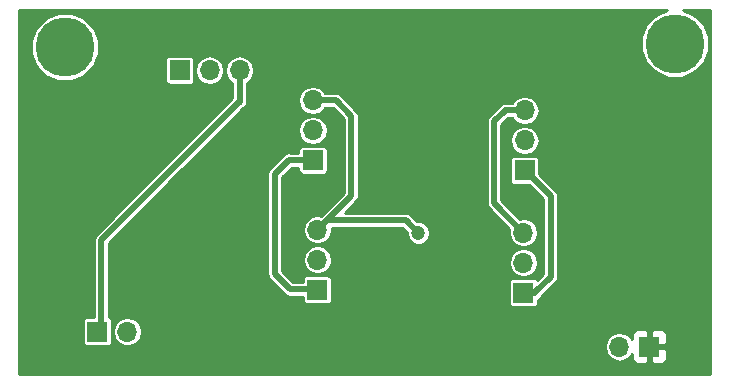
<source format=gbr>
G04 #@! TF.FileFunction,Copper,L2,Bot,Signal*
%FSLAX46Y46*%
G04 Gerber Fmt 4.6, Leading zero omitted, Abs format (unit mm)*
G04 Created by KiCad (PCBNEW 4.0.6) date 07/05/17 09:07:04*
%MOMM*%
%LPD*%
G01*
G04 APERTURE LIST*
%ADD10C,0.100000*%
%ADD11C,5.000000*%
%ADD12R,1.700000X1.700000*%
%ADD13O,1.700000X1.700000*%
%ADD14C,1.200000*%
%ADD15C,0.254000*%
%ADD16C,0.500000*%
G04 APERTURE END LIST*
D10*
D11*
X115850000Y-62750000D03*
D12*
X125580000Y-64730000D03*
D13*
X128120000Y-64730000D03*
X130660000Y-64730000D03*
D12*
X165354000Y-88138000D03*
D13*
X162814000Y-88138000D03*
D12*
X118618000Y-86868000D03*
D13*
X121158000Y-86868000D03*
D12*
X137240000Y-83320000D03*
D13*
X137240000Y-80780000D03*
X137240000Y-78240000D03*
D12*
X136860000Y-72350000D03*
D13*
X136860000Y-69810000D03*
X136860000Y-67270000D03*
D12*
X154790000Y-73200000D03*
D13*
X154790000Y-70660000D03*
X154790000Y-68120000D03*
D12*
X154686000Y-83566000D03*
D13*
X154686000Y-81026000D03*
X154686000Y-78486000D03*
D11*
X167530000Y-62470000D03*
D14*
X165380000Y-75160000D03*
X168570000Y-86370000D03*
X168550000Y-88130000D03*
X165260000Y-85910000D03*
X165850000Y-76590000D03*
X161060000Y-69030000D03*
X161000000Y-70880000D03*
X160940000Y-73050000D03*
X126880000Y-75190000D03*
X124720000Y-81720000D03*
X126460000Y-77810000D03*
X122540000Y-81720000D03*
X122570000Y-79710000D03*
X150680000Y-77190000D03*
X150710000Y-75130000D03*
X150720000Y-71770000D03*
X118060000Y-77580000D03*
X142620000Y-81870000D03*
X147580000Y-81950000D03*
X150230000Y-84160000D03*
X145790000Y-78510000D03*
D15*
X165354000Y-88138000D02*
X165362000Y-88130000D01*
X165362000Y-88130000D02*
X168550000Y-88130000D01*
D16*
X124720000Y-81720000D02*
X124720000Y-79550000D01*
X124720000Y-79550000D02*
X126460000Y-77810000D01*
X122570000Y-79710000D02*
X122540000Y-79740000D01*
X122540000Y-79740000D02*
X122540000Y-81720000D01*
X150710000Y-75130000D02*
X150680000Y-75160000D01*
X150680000Y-75160000D02*
X150680000Y-77190000D01*
X130530000Y-67510000D02*
X130660000Y-67380000D01*
X130660000Y-67380000D02*
X130660000Y-64730000D01*
X118618000Y-86868000D02*
X118950000Y-86536000D01*
X118950000Y-86536000D02*
X118950000Y-79090000D01*
X118950000Y-79090000D02*
X130530000Y-67510000D01*
D15*
X118618000Y-86868000D02*
X118590000Y-86840000D01*
X134840000Y-72310000D02*
X134880000Y-72350000D01*
D16*
X134920000Y-83290000D02*
X133810000Y-82180000D01*
X137210000Y-83290000D02*
X134920000Y-83290000D01*
X133610000Y-73540000D02*
X134840000Y-72310000D01*
X133610000Y-73990000D02*
X133610000Y-73540000D01*
X133610000Y-81980000D02*
X133610000Y-73990000D01*
X133810000Y-82180000D02*
X133610000Y-81980000D01*
X134880000Y-72350000D02*
X136860000Y-72350000D01*
D15*
X137240000Y-83320000D02*
X137210000Y-83290000D01*
X136860000Y-67270000D02*
X136870000Y-67280000D01*
D16*
X136870000Y-67280000D02*
X138780000Y-67280000D01*
X137240000Y-78240000D02*
X140090000Y-75390000D01*
X140090000Y-75390000D02*
X140090000Y-68590000D01*
X140090000Y-68590000D02*
X138780000Y-67280000D01*
D15*
X137240000Y-78240000D02*
X138060000Y-77420000D01*
D16*
X138060000Y-77420000D02*
X144700000Y-77420000D01*
X144700000Y-77420000D02*
X145790000Y-78510000D01*
X156990000Y-82210000D02*
X156990000Y-81340000D01*
D15*
X154686000Y-83566000D02*
X154740000Y-83620000D01*
D16*
X154740000Y-83620000D02*
X155670000Y-83620000D01*
D15*
X155670000Y-83620000D02*
X155670000Y-83530000D01*
D16*
X155670000Y-83530000D02*
X156990000Y-82210000D01*
X154790000Y-73200000D02*
X156990000Y-75400000D01*
X156990000Y-75400000D02*
X156990000Y-81340000D01*
D15*
X153110000Y-68150000D02*
X153140000Y-68120000D01*
D16*
X153140000Y-68120000D02*
X154790000Y-68120000D01*
X154686000Y-78486000D02*
X152190000Y-75990000D01*
X152190000Y-75990000D02*
X152190000Y-69430000D01*
X152190000Y-69430000D02*
X152190000Y-69070000D01*
X152190000Y-69070000D02*
X153110000Y-68150000D01*
D15*
G36*
X165900177Y-60026183D02*
X165089031Y-60835914D01*
X164649501Y-61894420D01*
X164648501Y-63040552D01*
X165086183Y-64099823D01*
X165895914Y-64910969D01*
X166954420Y-65350499D01*
X168100552Y-65351499D01*
X169159823Y-64913817D01*
X169970969Y-64104086D01*
X170410499Y-63045580D01*
X170411499Y-61899448D01*
X169973817Y-60840177D01*
X169164086Y-60029031D01*
X168222379Y-59638000D01*
X170486000Y-59638000D01*
X170486000Y-90476000D01*
X111962000Y-90476000D01*
X111962000Y-86018000D01*
X117379536Y-86018000D01*
X117379536Y-87718000D01*
X117406103Y-87859190D01*
X117489546Y-87988865D01*
X117616866Y-88075859D01*
X117768000Y-88106464D01*
X119468000Y-88106464D01*
X119609190Y-88079897D01*
X119738865Y-87996454D01*
X119825859Y-87869134D01*
X119856464Y-87718000D01*
X119856464Y-86843883D01*
X119927000Y-86843883D01*
X119927000Y-86892117D01*
X120020704Y-87363200D01*
X120287552Y-87762565D01*
X120686917Y-88029413D01*
X121158000Y-88123117D01*
X121204422Y-88113883D01*
X161583000Y-88113883D01*
X161583000Y-88162117D01*
X161676704Y-88633200D01*
X161943552Y-89032565D01*
X162342917Y-89299413D01*
X162814000Y-89393117D01*
X163285083Y-89299413D01*
X163684448Y-89032565D01*
X163869000Y-88756364D01*
X163869000Y-89114309D01*
X163965673Y-89347698D01*
X164144301Y-89526327D01*
X164377690Y-89623000D01*
X165068250Y-89623000D01*
X165227000Y-89464250D01*
X165227000Y-88265000D01*
X165481000Y-88265000D01*
X165481000Y-89464250D01*
X165639750Y-89623000D01*
X166330310Y-89623000D01*
X166563699Y-89526327D01*
X166742327Y-89347698D01*
X166839000Y-89114309D01*
X166839000Y-88423750D01*
X166680250Y-88265000D01*
X165481000Y-88265000D01*
X165227000Y-88265000D01*
X165207000Y-88265000D01*
X165207000Y-88011000D01*
X165227000Y-88011000D01*
X165227000Y-86811750D01*
X165481000Y-86811750D01*
X165481000Y-88011000D01*
X166680250Y-88011000D01*
X166839000Y-87852250D01*
X166839000Y-87161691D01*
X166742327Y-86928302D01*
X166563699Y-86749673D01*
X166330310Y-86653000D01*
X165639750Y-86653000D01*
X165481000Y-86811750D01*
X165227000Y-86811750D01*
X165068250Y-86653000D01*
X164377690Y-86653000D01*
X164144301Y-86749673D01*
X163965673Y-86928302D01*
X163869000Y-87161691D01*
X163869000Y-87519636D01*
X163684448Y-87243435D01*
X163285083Y-86976587D01*
X162814000Y-86882883D01*
X162342917Y-86976587D01*
X161943552Y-87243435D01*
X161676704Y-87642800D01*
X161583000Y-88113883D01*
X121204422Y-88113883D01*
X121629083Y-88029413D01*
X122028448Y-87762565D01*
X122295296Y-87363200D01*
X122389000Y-86892117D01*
X122389000Y-86843883D01*
X122295296Y-86372800D01*
X122028448Y-85973435D01*
X121629083Y-85706587D01*
X121158000Y-85612883D01*
X120686917Y-85706587D01*
X120287552Y-85973435D01*
X120020704Y-86372800D01*
X119927000Y-86843883D01*
X119856464Y-86843883D01*
X119856464Y-86018000D01*
X119829897Y-85876810D01*
X119746454Y-85747135D01*
X119619134Y-85660141D01*
X119581000Y-85652419D01*
X119581000Y-79351368D01*
X125392368Y-73540000D01*
X132979000Y-73540000D01*
X132979000Y-81980000D01*
X133015460Y-82163296D01*
X133027032Y-82221473D01*
X133163816Y-82426184D01*
X133363816Y-82626185D01*
X133363819Y-82626187D01*
X134473816Y-83736184D01*
X134678527Y-83872968D01*
X134920000Y-83921000D01*
X136001536Y-83921000D01*
X136001536Y-84170000D01*
X136028103Y-84311190D01*
X136111546Y-84440865D01*
X136238866Y-84527859D01*
X136390000Y-84558464D01*
X138090000Y-84558464D01*
X138231190Y-84531897D01*
X138360865Y-84448454D01*
X138447859Y-84321134D01*
X138478464Y-84170000D01*
X138478464Y-82716000D01*
X153447536Y-82716000D01*
X153447536Y-84416000D01*
X153474103Y-84557190D01*
X153557546Y-84686865D01*
X153684866Y-84773859D01*
X153836000Y-84804464D01*
X155536000Y-84804464D01*
X155677190Y-84777897D01*
X155806865Y-84694454D01*
X155893859Y-84567134D01*
X155924464Y-84416000D01*
X155924464Y-84194288D01*
X156116184Y-84066184D01*
X156252968Y-83861473D01*
X156258449Y-83833919D01*
X157436184Y-82656184D01*
X157572968Y-82451473D01*
X157621000Y-82210000D01*
X157621000Y-75400000D01*
X157572968Y-75158527D01*
X157436184Y-74953816D01*
X156028464Y-73546096D01*
X156028464Y-72350000D01*
X156001897Y-72208810D01*
X155918454Y-72079135D01*
X155791134Y-71992141D01*
X155640000Y-71961536D01*
X153940000Y-71961536D01*
X153798810Y-71988103D01*
X153669135Y-72071546D01*
X153582141Y-72198866D01*
X153551536Y-72350000D01*
X153551536Y-74050000D01*
X153578103Y-74191190D01*
X153661546Y-74320865D01*
X153788866Y-74407859D01*
X153940000Y-74438464D01*
X155136096Y-74438464D01*
X156359000Y-75661368D01*
X156359000Y-81948632D01*
X155833264Y-82474368D01*
X155814454Y-82445135D01*
X155687134Y-82358141D01*
X155536000Y-82327536D01*
X153836000Y-82327536D01*
X153694810Y-82354103D01*
X153565135Y-82437546D01*
X153478141Y-82564866D01*
X153447536Y-82716000D01*
X138478464Y-82716000D01*
X138478464Y-82470000D01*
X138451897Y-82328810D01*
X138368454Y-82199135D01*
X138241134Y-82112141D01*
X138090000Y-82081536D01*
X136390000Y-82081536D01*
X136248810Y-82108103D01*
X136119135Y-82191546D01*
X136032141Y-82318866D01*
X136001536Y-82470000D01*
X136001536Y-82659000D01*
X135181368Y-82659000D01*
X134256187Y-81733819D01*
X134256185Y-81733816D01*
X134241000Y-81718631D01*
X134241000Y-80780000D01*
X135984883Y-80780000D01*
X136078587Y-81251083D01*
X136345435Y-81650448D01*
X136744800Y-81917296D01*
X137215883Y-82011000D01*
X137264117Y-82011000D01*
X137735200Y-81917296D01*
X138134565Y-81650448D01*
X138401413Y-81251083D01*
X138446184Y-81026000D01*
X153430883Y-81026000D01*
X153524587Y-81497083D01*
X153791435Y-81896448D01*
X154190800Y-82163296D01*
X154661883Y-82257000D01*
X154710117Y-82257000D01*
X155181200Y-82163296D01*
X155580565Y-81896448D01*
X155847413Y-81497083D01*
X155941117Y-81026000D01*
X155847413Y-80554917D01*
X155580565Y-80155552D01*
X155181200Y-79888704D01*
X154710117Y-79795000D01*
X154661883Y-79795000D01*
X154190800Y-79888704D01*
X153791435Y-80155552D01*
X153524587Y-80554917D01*
X153430883Y-81026000D01*
X138446184Y-81026000D01*
X138495117Y-80780000D01*
X138401413Y-80308917D01*
X138134565Y-79909552D01*
X137735200Y-79642704D01*
X137264117Y-79549000D01*
X137215883Y-79549000D01*
X136744800Y-79642704D01*
X136345435Y-79909552D01*
X136078587Y-80308917D01*
X135984883Y-80780000D01*
X134241000Y-80780000D01*
X134241000Y-73801368D01*
X135061369Y-72981000D01*
X135621536Y-72981000D01*
X135621536Y-73200000D01*
X135648103Y-73341190D01*
X135731546Y-73470865D01*
X135858866Y-73557859D01*
X136010000Y-73588464D01*
X137710000Y-73588464D01*
X137851190Y-73561897D01*
X137980865Y-73478454D01*
X138067859Y-73351134D01*
X138098464Y-73200000D01*
X138098464Y-71500000D01*
X138071897Y-71358810D01*
X137988454Y-71229135D01*
X137861134Y-71142141D01*
X137710000Y-71111536D01*
X136010000Y-71111536D01*
X135868810Y-71138103D01*
X135739135Y-71221546D01*
X135652141Y-71348866D01*
X135621536Y-71500000D01*
X135621536Y-71719000D01*
X135041094Y-71719000D01*
X134840000Y-71679000D01*
X134598527Y-71727032D01*
X134393816Y-71863815D01*
X133163816Y-73093816D01*
X133027032Y-73298527D01*
X132979000Y-73540000D01*
X125392368Y-73540000D01*
X129122368Y-69810000D01*
X135604883Y-69810000D01*
X135698587Y-70281083D01*
X135965435Y-70680448D01*
X136364800Y-70947296D01*
X136835883Y-71041000D01*
X136884117Y-71041000D01*
X137355200Y-70947296D01*
X137754565Y-70680448D01*
X138021413Y-70281083D01*
X138115117Y-69810000D01*
X138021413Y-69338917D01*
X137754565Y-68939552D01*
X137355200Y-68672704D01*
X136884117Y-68579000D01*
X136835883Y-68579000D01*
X136364800Y-68672704D01*
X135965435Y-68939552D01*
X135698587Y-69338917D01*
X135604883Y-69810000D01*
X129122368Y-69810000D01*
X130976184Y-67956184D01*
X131106185Y-67826184D01*
X131242968Y-67621473D01*
X131291000Y-67380000D01*
X131291000Y-67270000D01*
X135604883Y-67270000D01*
X135698587Y-67741083D01*
X135965435Y-68140448D01*
X136364800Y-68407296D01*
X136835883Y-68501000D01*
X136884117Y-68501000D01*
X137355200Y-68407296D01*
X137754565Y-68140448D01*
X137907878Y-67911000D01*
X138518632Y-67911000D01*
X139459000Y-68851369D01*
X139459000Y-75128631D01*
X137526450Y-77061181D01*
X137264117Y-77009000D01*
X137215883Y-77009000D01*
X136744800Y-77102704D01*
X136345435Y-77369552D01*
X136078587Y-77768917D01*
X135984883Y-78240000D01*
X136078587Y-78711083D01*
X136345435Y-79110448D01*
X136744800Y-79377296D01*
X137215883Y-79471000D01*
X137264117Y-79471000D01*
X137735200Y-79377296D01*
X138134565Y-79110448D01*
X138401413Y-78711083D01*
X138495117Y-78240000D01*
X138457523Y-78051000D01*
X144438632Y-78051000D01*
X144809077Y-78421446D01*
X144808830Y-78704277D01*
X144957864Y-79064966D01*
X145233583Y-79341166D01*
X145594011Y-79490829D01*
X145984277Y-79491170D01*
X146344966Y-79342136D01*
X146621166Y-79066417D01*
X146770829Y-78705989D01*
X146771170Y-78315723D01*
X146622136Y-77955034D01*
X146346417Y-77678834D01*
X145985989Y-77529171D01*
X145701291Y-77528922D01*
X145146184Y-76973816D01*
X144941473Y-76837032D01*
X144700000Y-76789000D01*
X139583369Y-76789000D01*
X140536185Y-75836184D01*
X140672968Y-75631473D01*
X140721000Y-75390000D01*
X140721000Y-69070000D01*
X151559000Y-69070000D01*
X151559000Y-75990000D01*
X151607032Y-76231473D01*
X151743816Y-76436184D01*
X153491067Y-78183435D01*
X153430883Y-78486000D01*
X153524587Y-78957083D01*
X153791435Y-79356448D01*
X154190800Y-79623296D01*
X154661883Y-79717000D01*
X154710117Y-79717000D01*
X155181200Y-79623296D01*
X155580565Y-79356448D01*
X155847413Y-78957083D01*
X155941117Y-78486000D01*
X155847413Y-78014917D01*
X155580565Y-77615552D01*
X155181200Y-77348704D01*
X154710117Y-77255000D01*
X154661883Y-77255000D01*
X154399549Y-77307181D01*
X152821000Y-75728632D01*
X152821000Y-70660000D01*
X153534883Y-70660000D01*
X153628587Y-71131083D01*
X153895435Y-71530448D01*
X154294800Y-71797296D01*
X154765883Y-71891000D01*
X154814117Y-71891000D01*
X155285200Y-71797296D01*
X155684565Y-71530448D01*
X155951413Y-71131083D01*
X156045117Y-70660000D01*
X155951413Y-70188917D01*
X155684565Y-69789552D01*
X155285200Y-69522704D01*
X154814117Y-69429000D01*
X154765883Y-69429000D01*
X154294800Y-69522704D01*
X153895435Y-69789552D01*
X153628587Y-70188917D01*
X153534883Y-70660000D01*
X152821000Y-70660000D01*
X152821000Y-69331368D01*
X153401369Y-68751000D01*
X153735440Y-68751000D01*
X153895435Y-68990448D01*
X154294800Y-69257296D01*
X154765883Y-69351000D01*
X154814117Y-69351000D01*
X155285200Y-69257296D01*
X155684565Y-68990448D01*
X155951413Y-68591083D01*
X156045117Y-68120000D01*
X155951413Y-67648917D01*
X155684565Y-67249552D01*
X155285200Y-66982704D01*
X154814117Y-66889000D01*
X154765883Y-66889000D01*
X154294800Y-66982704D01*
X153895435Y-67249552D01*
X153735440Y-67489000D01*
X153140000Y-67489000D01*
X152898527Y-67537032D01*
X152693816Y-67673816D01*
X152681800Y-67691799D01*
X152663815Y-67703816D01*
X151743816Y-68623816D01*
X151607032Y-68828527D01*
X151559000Y-69070000D01*
X140721000Y-69070000D01*
X140721000Y-68590000D01*
X140672968Y-68348527D01*
X140650168Y-68314404D01*
X140536185Y-68143816D01*
X139226184Y-66833816D01*
X139021473Y-66697032D01*
X138780000Y-66649000D01*
X137921241Y-66649000D01*
X137754565Y-66399552D01*
X137355200Y-66132704D01*
X136884117Y-66039000D01*
X136835883Y-66039000D01*
X136364800Y-66132704D01*
X135965435Y-66399552D01*
X135698587Y-66798917D01*
X135604883Y-67270000D01*
X131291000Y-67270000D01*
X131291000Y-65784560D01*
X131530448Y-65624565D01*
X131797296Y-65225200D01*
X131891000Y-64754117D01*
X131891000Y-64705883D01*
X131797296Y-64234800D01*
X131530448Y-63835435D01*
X131131083Y-63568587D01*
X130660000Y-63474883D01*
X130188917Y-63568587D01*
X129789552Y-63835435D01*
X129522704Y-64234800D01*
X129429000Y-64705883D01*
X129429000Y-64754117D01*
X129522704Y-65225200D01*
X129789552Y-65624565D01*
X130029000Y-65784560D01*
X130029000Y-67118632D01*
X118503816Y-78643816D01*
X118367032Y-78848527D01*
X118319000Y-79090000D01*
X118319000Y-85629536D01*
X117768000Y-85629536D01*
X117626810Y-85656103D01*
X117497135Y-85739546D01*
X117410141Y-85866866D01*
X117379536Y-86018000D01*
X111962000Y-86018000D01*
X111962000Y-63320552D01*
X112968501Y-63320552D01*
X113406183Y-64379823D01*
X114215914Y-65190969D01*
X115274420Y-65630499D01*
X116420552Y-65631499D01*
X117479823Y-65193817D01*
X118290969Y-64384086D01*
X118500283Y-63880000D01*
X124341536Y-63880000D01*
X124341536Y-65580000D01*
X124368103Y-65721190D01*
X124451546Y-65850865D01*
X124578866Y-65937859D01*
X124730000Y-65968464D01*
X126430000Y-65968464D01*
X126571190Y-65941897D01*
X126700865Y-65858454D01*
X126787859Y-65731134D01*
X126818464Y-65580000D01*
X126818464Y-64705883D01*
X126889000Y-64705883D01*
X126889000Y-64754117D01*
X126982704Y-65225200D01*
X127249552Y-65624565D01*
X127648917Y-65891413D01*
X128120000Y-65985117D01*
X128591083Y-65891413D01*
X128990448Y-65624565D01*
X129257296Y-65225200D01*
X129351000Y-64754117D01*
X129351000Y-64705883D01*
X129257296Y-64234800D01*
X128990448Y-63835435D01*
X128591083Y-63568587D01*
X128120000Y-63474883D01*
X127648917Y-63568587D01*
X127249552Y-63835435D01*
X126982704Y-64234800D01*
X126889000Y-64705883D01*
X126818464Y-64705883D01*
X126818464Y-63880000D01*
X126791897Y-63738810D01*
X126708454Y-63609135D01*
X126581134Y-63522141D01*
X126430000Y-63491536D01*
X124730000Y-63491536D01*
X124588810Y-63518103D01*
X124459135Y-63601546D01*
X124372141Y-63728866D01*
X124341536Y-63880000D01*
X118500283Y-63880000D01*
X118730499Y-63325580D01*
X118731499Y-62179448D01*
X118293817Y-61120177D01*
X117484086Y-60309031D01*
X116425580Y-59869501D01*
X115279448Y-59868501D01*
X114220177Y-60306183D01*
X113409031Y-61115914D01*
X112969501Y-62174420D01*
X112968501Y-63320552D01*
X111962000Y-63320552D01*
X111962000Y-59638000D01*
X166839651Y-59638000D01*
X165900177Y-60026183D01*
X165900177Y-60026183D01*
G37*
X165900177Y-60026183D02*
X165089031Y-60835914D01*
X164649501Y-61894420D01*
X164648501Y-63040552D01*
X165086183Y-64099823D01*
X165895914Y-64910969D01*
X166954420Y-65350499D01*
X168100552Y-65351499D01*
X169159823Y-64913817D01*
X169970969Y-64104086D01*
X170410499Y-63045580D01*
X170411499Y-61899448D01*
X169973817Y-60840177D01*
X169164086Y-60029031D01*
X168222379Y-59638000D01*
X170486000Y-59638000D01*
X170486000Y-90476000D01*
X111962000Y-90476000D01*
X111962000Y-86018000D01*
X117379536Y-86018000D01*
X117379536Y-87718000D01*
X117406103Y-87859190D01*
X117489546Y-87988865D01*
X117616866Y-88075859D01*
X117768000Y-88106464D01*
X119468000Y-88106464D01*
X119609190Y-88079897D01*
X119738865Y-87996454D01*
X119825859Y-87869134D01*
X119856464Y-87718000D01*
X119856464Y-86843883D01*
X119927000Y-86843883D01*
X119927000Y-86892117D01*
X120020704Y-87363200D01*
X120287552Y-87762565D01*
X120686917Y-88029413D01*
X121158000Y-88123117D01*
X121204422Y-88113883D01*
X161583000Y-88113883D01*
X161583000Y-88162117D01*
X161676704Y-88633200D01*
X161943552Y-89032565D01*
X162342917Y-89299413D01*
X162814000Y-89393117D01*
X163285083Y-89299413D01*
X163684448Y-89032565D01*
X163869000Y-88756364D01*
X163869000Y-89114309D01*
X163965673Y-89347698D01*
X164144301Y-89526327D01*
X164377690Y-89623000D01*
X165068250Y-89623000D01*
X165227000Y-89464250D01*
X165227000Y-88265000D01*
X165481000Y-88265000D01*
X165481000Y-89464250D01*
X165639750Y-89623000D01*
X166330310Y-89623000D01*
X166563699Y-89526327D01*
X166742327Y-89347698D01*
X166839000Y-89114309D01*
X166839000Y-88423750D01*
X166680250Y-88265000D01*
X165481000Y-88265000D01*
X165227000Y-88265000D01*
X165207000Y-88265000D01*
X165207000Y-88011000D01*
X165227000Y-88011000D01*
X165227000Y-86811750D01*
X165481000Y-86811750D01*
X165481000Y-88011000D01*
X166680250Y-88011000D01*
X166839000Y-87852250D01*
X166839000Y-87161691D01*
X166742327Y-86928302D01*
X166563699Y-86749673D01*
X166330310Y-86653000D01*
X165639750Y-86653000D01*
X165481000Y-86811750D01*
X165227000Y-86811750D01*
X165068250Y-86653000D01*
X164377690Y-86653000D01*
X164144301Y-86749673D01*
X163965673Y-86928302D01*
X163869000Y-87161691D01*
X163869000Y-87519636D01*
X163684448Y-87243435D01*
X163285083Y-86976587D01*
X162814000Y-86882883D01*
X162342917Y-86976587D01*
X161943552Y-87243435D01*
X161676704Y-87642800D01*
X161583000Y-88113883D01*
X121204422Y-88113883D01*
X121629083Y-88029413D01*
X122028448Y-87762565D01*
X122295296Y-87363200D01*
X122389000Y-86892117D01*
X122389000Y-86843883D01*
X122295296Y-86372800D01*
X122028448Y-85973435D01*
X121629083Y-85706587D01*
X121158000Y-85612883D01*
X120686917Y-85706587D01*
X120287552Y-85973435D01*
X120020704Y-86372800D01*
X119927000Y-86843883D01*
X119856464Y-86843883D01*
X119856464Y-86018000D01*
X119829897Y-85876810D01*
X119746454Y-85747135D01*
X119619134Y-85660141D01*
X119581000Y-85652419D01*
X119581000Y-79351368D01*
X125392368Y-73540000D01*
X132979000Y-73540000D01*
X132979000Y-81980000D01*
X133015460Y-82163296D01*
X133027032Y-82221473D01*
X133163816Y-82426184D01*
X133363816Y-82626185D01*
X133363819Y-82626187D01*
X134473816Y-83736184D01*
X134678527Y-83872968D01*
X134920000Y-83921000D01*
X136001536Y-83921000D01*
X136001536Y-84170000D01*
X136028103Y-84311190D01*
X136111546Y-84440865D01*
X136238866Y-84527859D01*
X136390000Y-84558464D01*
X138090000Y-84558464D01*
X138231190Y-84531897D01*
X138360865Y-84448454D01*
X138447859Y-84321134D01*
X138478464Y-84170000D01*
X138478464Y-82716000D01*
X153447536Y-82716000D01*
X153447536Y-84416000D01*
X153474103Y-84557190D01*
X153557546Y-84686865D01*
X153684866Y-84773859D01*
X153836000Y-84804464D01*
X155536000Y-84804464D01*
X155677190Y-84777897D01*
X155806865Y-84694454D01*
X155893859Y-84567134D01*
X155924464Y-84416000D01*
X155924464Y-84194288D01*
X156116184Y-84066184D01*
X156252968Y-83861473D01*
X156258449Y-83833919D01*
X157436184Y-82656184D01*
X157572968Y-82451473D01*
X157621000Y-82210000D01*
X157621000Y-75400000D01*
X157572968Y-75158527D01*
X157436184Y-74953816D01*
X156028464Y-73546096D01*
X156028464Y-72350000D01*
X156001897Y-72208810D01*
X155918454Y-72079135D01*
X155791134Y-71992141D01*
X155640000Y-71961536D01*
X153940000Y-71961536D01*
X153798810Y-71988103D01*
X153669135Y-72071546D01*
X153582141Y-72198866D01*
X153551536Y-72350000D01*
X153551536Y-74050000D01*
X153578103Y-74191190D01*
X153661546Y-74320865D01*
X153788866Y-74407859D01*
X153940000Y-74438464D01*
X155136096Y-74438464D01*
X156359000Y-75661368D01*
X156359000Y-81948632D01*
X155833264Y-82474368D01*
X155814454Y-82445135D01*
X155687134Y-82358141D01*
X155536000Y-82327536D01*
X153836000Y-82327536D01*
X153694810Y-82354103D01*
X153565135Y-82437546D01*
X153478141Y-82564866D01*
X153447536Y-82716000D01*
X138478464Y-82716000D01*
X138478464Y-82470000D01*
X138451897Y-82328810D01*
X138368454Y-82199135D01*
X138241134Y-82112141D01*
X138090000Y-82081536D01*
X136390000Y-82081536D01*
X136248810Y-82108103D01*
X136119135Y-82191546D01*
X136032141Y-82318866D01*
X136001536Y-82470000D01*
X136001536Y-82659000D01*
X135181368Y-82659000D01*
X134256187Y-81733819D01*
X134256185Y-81733816D01*
X134241000Y-81718631D01*
X134241000Y-80780000D01*
X135984883Y-80780000D01*
X136078587Y-81251083D01*
X136345435Y-81650448D01*
X136744800Y-81917296D01*
X137215883Y-82011000D01*
X137264117Y-82011000D01*
X137735200Y-81917296D01*
X138134565Y-81650448D01*
X138401413Y-81251083D01*
X138446184Y-81026000D01*
X153430883Y-81026000D01*
X153524587Y-81497083D01*
X153791435Y-81896448D01*
X154190800Y-82163296D01*
X154661883Y-82257000D01*
X154710117Y-82257000D01*
X155181200Y-82163296D01*
X155580565Y-81896448D01*
X155847413Y-81497083D01*
X155941117Y-81026000D01*
X155847413Y-80554917D01*
X155580565Y-80155552D01*
X155181200Y-79888704D01*
X154710117Y-79795000D01*
X154661883Y-79795000D01*
X154190800Y-79888704D01*
X153791435Y-80155552D01*
X153524587Y-80554917D01*
X153430883Y-81026000D01*
X138446184Y-81026000D01*
X138495117Y-80780000D01*
X138401413Y-80308917D01*
X138134565Y-79909552D01*
X137735200Y-79642704D01*
X137264117Y-79549000D01*
X137215883Y-79549000D01*
X136744800Y-79642704D01*
X136345435Y-79909552D01*
X136078587Y-80308917D01*
X135984883Y-80780000D01*
X134241000Y-80780000D01*
X134241000Y-73801368D01*
X135061369Y-72981000D01*
X135621536Y-72981000D01*
X135621536Y-73200000D01*
X135648103Y-73341190D01*
X135731546Y-73470865D01*
X135858866Y-73557859D01*
X136010000Y-73588464D01*
X137710000Y-73588464D01*
X137851190Y-73561897D01*
X137980865Y-73478454D01*
X138067859Y-73351134D01*
X138098464Y-73200000D01*
X138098464Y-71500000D01*
X138071897Y-71358810D01*
X137988454Y-71229135D01*
X137861134Y-71142141D01*
X137710000Y-71111536D01*
X136010000Y-71111536D01*
X135868810Y-71138103D01*
X135739135Y-71221546D01*
X135652141Y-71348866D01*
X135621536Y-71500000D01*
X135621536Y-71719000D01*
X135041094Y-71719000D01*
X134840000Y-71679000D01*
X134598527Y-71727032D01*
X134393816Y-71863815D01*
X133163816Y-73093816D01*
X133027032Y-73298527D01*
X132979000Y-73540000D01*
X125392368Y-73540000D01*
X129122368Y-69810000D01*
X135604883Y-69810000D01*
X135698587Y-70281083D01*
X135965435Y-70680448D01*
X136364800Y-70947296D01*
X136835883Y-71041000D01*
X136884117Y-71041000D01*
X137355200Y-70947296D01*
X137754565Y-70680448D01*
X138021413Y-70281083D01*
X138115117Y-69810000D01*
X138021413Y-69338917D01*
X137754565Y-68939552D01*
X137355200Y-68672704D01*
X136884117Y-68579000D01*
X136835883Y-68579000D01*
X136364800Y-68672704D01*
X135965435Y-68939552D01*
X135698587Y-69338917D01*
X135604883Y-69810000D01*
X129122368Y-69810000D01*
X130976184Y-67956184D01*
X131106185Y-67826184D01*
X131242968Y-67621473D01*
X131291000Y-67380000D01*
X131291000Y-67270000D01*
X135604883Y-67270000D01*
X135698587Y-67741083D01*
X135965435Y-68140448D01*
X136364800Y-68407296D01*
X136835883Y-68501000D01*
X136884117Y-68501000D01*
X137355200Y-68407296D01*
X137754565Y-68140448D01*
X137907878Y-67911000D01*
X138518632Y-67911000D01*
X139459000Y-68851369D01*
X139459000Y-75128631D01*
X137526450Y-77061181D01*
X137264117Y-77009000D01*
X137215883Y-77009000D01*
X136744800Y-77102704D01*
X136345435Y-77369552D01*
X136078587Y-77768917D01*
X135984883Y-78240000D01*
X136078587Y-78711083D01*
X136345435Y-79110448D01*
X136744800Y-79377296D01*
X137215883Y-79471000D01*
X137264117Y-79471000D01*
X137735200Y-79377296D01*
X138134565Y-79110448D01*
X138401413Y-78711083D01*
X138495117Y-78240000D01*
X138457523Y-78051000D01*
X144438632Y-78051000D01*
X144809077Y-78421446D01*
X144808830Y-78704277D01*
X144957864Y-79064966D01*
X145233583Y-79341166D01*
X145594011Y-79490829D01*
X145984277Y-79491170D01*
X146344966Y-79342136D01*
X146621166Y-79066417D01*
X146770829Y-78705989D01*
X146771170Y-78315723D01*
X146622136Y-77955034D01*
X146346417Y-77678834D01*
X145985989Y-77529171D01*
X145701291Y-77528922D01*
X145146184Y-76973816D01*
X144941473Y-76837032D01*
X144700000Y-76789000D01*
X139583369Y-76789000D01*
X140536185Y-75836184D01*
X140672968Y-75631473D01*
X140721000Y-75390000D01*
X140721000Y-69070000D01*
X151559000Y-69070000D01*
X151559000Y-75990000D01*
X151607032Y-76231473D01*
X151743816Y-76436184D01*
X153491067Y-78183435D01*
X153430883Y-78486000D01*
X153524587Y-78957083D01*
X153791435Y-79356448D01*
X154190800Y-79623296D01*
X154661883Y-79717000D01*
X154710117Y-79717000D01*
X155181200Y-79623296D01*
X155580565Y-79356448D01*
X155847413Y-78957083D01*
X155941117Y-78486000D01*
X155847413Y-78014917D01*
X155580565Y-77615552D01*
X155181200Y-77348704D01*
X154710117Y-77255000D01*
X154661883Y-77255000D01*
X154399549Y-77307181D01*
X152821000Y-75728632D01*
X152821000Y-70660000D01*
X153534883Y-70660000D01*
X153628587Y-71131083D01*
X153895435Y-71530448D01*
X154294800Y-71797296D01*
X154765883Y-71891000D01*
X154814117Y-71891000D01*
X155285200Y-71797296D01*
X155684565Y-71530448D01*
X155951413Y-71131083D01*
X156045117Y-70660000D01*
X155951413Y-70188917D01*
X155684565Y-69789552D01*
X155285200Y-69522704D01*
X154814117Y-69429000D01*
X154765883Y-69429000D01*
X154294800Y-69522704D01*
X153895435Y-69789552D01*
X153628587Y-70188917D01*
X153534883Y-70660000D01*
X152821000Y-70660000D01*
X152821000Y-69331368D01*
X153401369Y-68751000D01*
X153735440Y-68751000D01*
X153895435Y-68990448D01*
X154294800Y-69257296D01*
X154765883Y-69351000D01*
X154814117Y-69351000D01*
X155285200Y-69257296D01*
X155684565Y-68990448D01*
X155951413Y-68591083D01*
X156045117Y-68120000D01*
X155951413Y-67648917D01*
X155684565Y-67249552D01*
X155285200Y-66982704D01*
X154814117Y-66889000D01*
X154765883Y-66889000D01*
X154294800Y-66982704D01*
X153895435Y-67249552D01*
X153735440Y-67489000D01*
X153140000Y-67489000D01*
X152898527Y-67537032D01*
X152693816Y-67673816D01*
X152681800Y-67691799D01*
X152663815Y-67703816D01*
X151743816Y-68623816D01*
X151607032Y-68828527D01*
X151559000Y-69070000D01*
X140721000Y-69070000D01*
X140721000Y-68590000D01*
X140672968Y-68348527D01*
X140650168Y-68314404D01*
X140536185Y-68143816D01*
X139226184Y-66833816D01*
X139021473Y-66697032D01*
X138780000Y-66649000D01*
X137921241Y-66649000D01*
X137754565Y-66399552D01*
X137355200Y-66132704D01*
X136884117Y-66039000D01*
X136835883Y-66039000D01*
X136364800Y-66132704D01*
X135965435Y-66399552D01*
X135698587Y-66798917D01*
X135604883Y-67270000D01*
X131291000Y-67270000D01*
X131291000Y-65784560D01*
X131530448Y-65624565D01*
X131797296Y-65225200D01*
X131891000Y-64754117D01*
X131891000Y-64705883D01*
X131797296Y-64234800D01*
X131530448Y-63835435D01*
X131131083Y-63568587D01*
X130660000Y-63474883D01*
X130188917Y-63568587D01*
X129789552Y-63835435D01*
X129522704Y-64234800D01*
X129429000Y-64705883D01*
X129429000Y-64754117D01*
X129522704Y-65225200D01*
X129789552Y-65624565D01*
X130029000Y-65784560D01*
X130029000Y-67118632D01*
X118503816Y-78643816D01*
X118367032Y-78848527D01*
X118319000Y-79090000D01*
X118319000Y-85629536D01*
X117768000Y-85629536D01*
X117626810Y-85656103D01*
X117497135Y-85739546D01*
X117410141Y-85866866D01*
X117379536Y-86018000D01*
X111962000Y-86018000D01*
X111962000Y-63320552D01*
X112968501Y-63320552D01*
X113406183Y-64379823D01*
X114215914Y-65190969D01*
X115274420Y-65630499D01*
X116420552Y-65631499D01*
X117479823Y-65193817D01*
X118290969Y-64384086D01*
X118500283Y-63880000D01*
X124341536Y-63880000D01*
X124341536Y-65580000D01*
X124368103Y-65721190D01*
X124451546Y-65850865D01*
X124578866Y-65937859D01*
X124730000Y-65968464D01*
X126430000Y-65968464D01*
X126571190Y-65941897D01*
X126700865Y-65858454D01*
X126787859Y-65731134D01*
X126818464Y-65580000D01*
X126818464Y-64705883D01*
X126889000Y-64705883D01*
X126889000Y-64754117D01*
X126982704Y-65225200D01*
X127249552Y-65624565D01*
X127648917Y-65891413D01*
X128120000Y-65985117D01*
X128591083Y-65891413D01*
X128990448Y-65624565D01*
X129257296Y-65225200D01*
X129351000Y-64754117D01*
X129351000Y-64705883D01*
X129257296Y-64234800D01*
X128990448Y-63835435D01*
X128591083Y-63568587D01*
X128120000Y-63474883D01*
X127648917Y-63568587D01*
X127249552Y-63835435D01*
X126982704Y-64234800D01*
X126889000Y-64705883D01*
X126818464Y-64705883D01*
X126818464Y-63880000D01*
X126791897Y-63738810D01*
X126708454Y-63609135D01*
X126581134Y-63522141D01*
X126430000Y-63491536D01*
X124730000Y-63491536D01*
X124588810Y-63518103D01*
X124459135Y-63601546D01*
X124372141Y-63728866D01*
X124341536Y-63880000D01*
X118500283Y-63880000D01*
X118730499Y-63325580D01*
X118731499Y-62179448D01*
X118293817Y-61120177D01*
X117484086Y-60309031D01*
X116425580Y-59869501D01*
X115279448Y-59868501D01*
X114220177Y-60306183D01*
X113409031Y-61115914D01*
X112969501Y-62174420D01*
X112968501Y-63320552D01*
X111962000Y-63320552D01*
X111962000Y-59638000D01*
X166839651Y-59638000D01*
X165900177Y-60026183D01*
M02*

</source>
